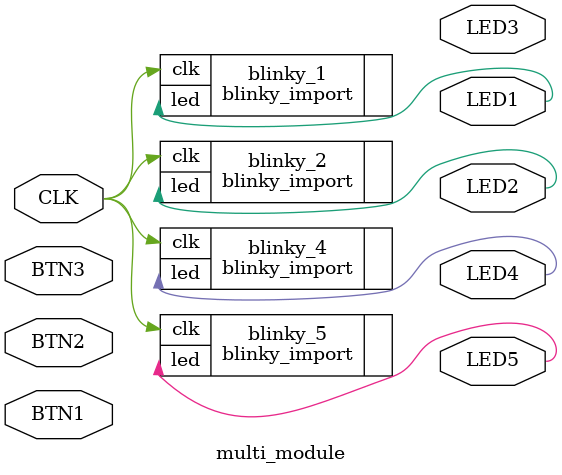
<source format=v>
`include "blinky_import.v"

module multi_module (
	input CLK,
	input  BTN1, BTN2, BTN3,
	output LED1, LED2, LED3, LED4, LED5
);


// showing how to import multiple modules
// feel free to comment out any of the following for verification of patterns
blinky_import blinky_1 (.clk(CLK),.led(LED1));
blinky_import blinky_2 (.clk(CLK),.led(LED2));
//blinky_import blinky_3 (.clk(CLK),.led(LED3));
blinky_import blinky_4 (.clk(CLK),.led(LED4));
blinky_import blinky_5 (.clk(CLK),.led(LED5));

endmodule


</source>
